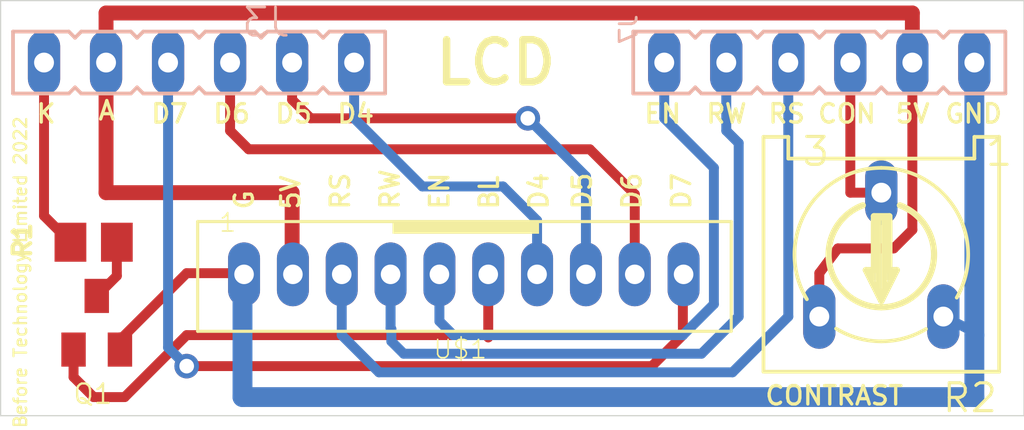
<source format=kicad_pcb>
(kicad_pcb (version 20211014) (generator pcbnew)
  (layers (0 "F.Cu" signal) (31 "B.Cu" signal) (34 "B.Paste" user) (35 "F.Paste" user) (36 "B.SilkS" user "B.Silkscreen") (37 "F.SilkS" user "F.Silkscreen") (38 "B.Mask" user) (39 "F.Mask" user) (44 "Edge.Cuts" user))
  (net 0 "")
  (net 1 "GND")
  (net 2 "RW")
  (net 3 "BL")
  (net 4 "EN")
  (net 5 "CONTRAST")
  (net 6 "N$14")
  (net 7 "+5V")
  (net 8 "N$1")
  (net 9 "RS")
  (net 10 "N$2")
  (net 11 "N$3")
  (net 12 "N$4")
  (net 13 "N$5")
  (footprint "weaver_LCD:JST_B10B-PH_HEADER" (layer "F.Cu") (at 141.5161 107.6706 180)
    (fp_text reference "U$1" (at -6 -2.6825 180) (layer "F.SilkS") (effects (font (size 0.747776 0.747776) (thickness 0.065024)) (justify right top)))
    (fp_text value "JST-PH_10-PIN_HEADER" hide)
    (fp_text user "1" (at 5.07 1.635 180) (layer "F.SilkS") (effects (font (size 0.747776 0.747776) (thickness 0.065024)) (justify left bottom)))
    (fp_line (start 5.9 -2.3825) (end 5.9 2.1175) (layer "F.SilkS") (width 0.127))
    (fp_line (start -15.95 2.1175) (end -15.95 -2.3825) (layer "F.SilkS") (width 0.127))
    (fp_line (start 5.9 2.1175) (end -15.95 2.1175) (layer "F.SilkS") (width 0.127))
    (fp_line (start -15.95 -2.3825) (end 5.9 -2.3825) (layer "F.SilkS") (width 0.127))
    (fp_poly (pts (xy -8.08 2.1175) (xy -2.08 2.1175) (xy -2.08 1.6175) (xy -8.08 1.6175)) (layer "F.SilkS") (width 0) (fill solid))
    (pad "P1" thru_hole oval (at 4 -0.0475 270) (size 2.616 1.308) (drill 0.8) (layers *.Cu *.Mask) (net 1 "GND"))
    (pad "P2" thru_hole oval (at 2 -0.0475 270) (size 2.616 1.308) (drill 0.8) (layers *.Cu *.Mask) (net 7 "+5V"))
    (pad "P3" thru_hole oval (at 0 -0.0475 270) (size 2.616 1.308) (drill 0.8) (layers *.Cu *.Mask) (net 9 "RS"))
    (pad "P4" thru_hole oval (at -2 -0.0475 270) (size 2.616 1.308) (drill 0.8) (layers *.Cu *.Mask) (net 2 "RW"))
    (pad "P5" thru_hole oval (at -4 -0.0475 270) (size 2.616 1.308) (drill 0.8) (layers *.Cu *.Mask) (net 4 "EN"))
    (pad "P6" thru_hole oval (at -6 -0.0475 270) (size 2.616 1.308) (drill 0.8) (layers *.Cu *.Mask) (net 3 "BL"))
    (pad "P7" thru_hole oval (at -8 -0.0475 270) (size 2.616 1.308) (drill 0.8) (layers *.Cu *.Mask) (net 10 "N$2"))
    (pad "P8" thru_hole oval (at -10 -0.0475 270) (size 2.616 1.308) (drill 0.8) (layers *.Cu *.Mask) (net 11 "N$3"))
    (pad "P9" thru_hole oval (at -12 -0.0475 270) (size 2.616 1.308) (drill 0.8) (layers *.Cu *.Mask) (net 12 "N$4"))
    (pad "P10" thru_hole oval (at -14 -0.0475 270) (size 2.616 1.308) (drill 0.8) (layers *.Cu *.Mask) (net 13 "N$5"))
  )
  (footprint "weaver_LCD:RS3" (layer "F.Cu") (at 163.6141 106.9086 180)
    (fp_text reference "R2" (at -4.826 -5.207 180) (layer "F.SilkS") (effects (font (size 1.143 1.143) (thickness 0.127)) (justify right top)))
    (fp_text value "")
    (fp_text user "3" (at 3.302 3.556 180) (layer "F.SilkS") (effects (font (size 1.143 1.143) (thickness 0.127)) (justify left bottom)))
    (fp_text user "1" (at -4.191 3.556 180) (layer "F.SilkS") (effects (font (size 1.143 1.143) (thickness 0.127)) (justify left bottom)))
    (fp_line (start 0 -1.905) (end -0.635 -0.635) (layer "F.SilkS") (width 0.254))
    (fp_line (start 3.81 3.937) (end -3.81 3.937) (layer "F.SilkS") (width 0.1524))
    (fp_line (start -0.635 -0.635) (end -0.381 -0.635) (layer "F.SilkS") (width 0.254))
    (fp_line (start 0.381 -0.635) (end 0.635 -0.635) (layer "F.SilkS") (width 0.254))
    (fp_line (start -4.826 -4.8006) (end -4.826 4.826) (layer "F.SilkS") (width 0.1524))
    (fp_line (start -3.81 3.937) (end -3.81 4.826) (layer "F.SilkS") (width 0.1524))
    (fp_line (start 0.635 -0.635) (end 0 -1.905) (layer "F.SilkS") (width 0.254))
    (fp_line (start 0.381 -1.016) (end 0.381 -0.635) (layer "F.SilkS") (width 0.254))
    (fp_line (start -0.381 -1.016) (end -0.381 -0.635) (layer "F.SilkS") (width 0.254))
    (fp_line (start -0.381 -0.635) (end -0.3302 -0.635) (layer "F.SilkS") (width 0.254))
    (fp_line (start 0.127 -1.524) (end 0.127 1.524) (layer "F.SilkS") (width 0.254))
    (fp_line (start 4.826 4.826) (end 3.81 4.826) (layer "F.SilkS") (width 0.1524))
    (fp_line (start 0.3048 -0.635) (end 0.381 -0.635) (layer "F.SilkS") (width 0.254))
    (fp_line (start 3.81 3.937) (end 3.81 4.826) (layer "F.SilkS") (width 0.1524))
    (fp_line (start 4.826 4.826) (end 4.826 -4.8006) (layer "F.SilkS") (width 0.1524))
    (fp_line (start -0.3302 1.5748) (end 0.3048 1.5748) (layer "F.SilkS") (width 0.254))
    (fp_line (start 0.3048 1.5748) (end 0.3048 -0.635) (layer "F.SilkS") (width 0.254))
    (fp_line (start -0.127 -1.524) (end 0.127 -1.524) (layer "F.SilkS") (width 0.254))
    (fp_line (start -0.127 -1.524) (end -0.127 1.524) (layer "F.SilkS") (width 0.254))
    (fp_line (start 0.254 -0.635) (end 0.3048 -0.635) (layer "F.SilkS") (width 0.254))
    (fp_line (start -0.3302 -0.635) (end -0.3302 1.5748) (layer "F.SilkS") (width 0.254))
    (fp_line (start 4.826 -4.8006) (end -4.826 -4.8006) (layer "F.SilkS") (width 0.1524))
    (fp_line (start -0.3302 -0.635) (end -0.254 -0.635) (layer "F.SilkS") (width 0.254))
    (fp_line (start 0 1.524) (end -0.127 1.524) (layer "F.SilkS") (width 0.254))
    (fp_line (start -4.826 4.826) (end -3.81 4.826) (layer "F.SilkS") (width 0.1524))
    (fp_arc (start -0.7581 2.0215) (mid -2.124341 -0.385244) (end 0 -2.158999) (layer "F.SilkS") (width 0.254))
    (fp_arc (start 0 -3.556) (mid 0.963148 -3.423101) (end 1.8543 -3.0343) (layer "F.SilkS") (width 0.1524))
    (fp_arc (start 3.0493 -1.8295) (mid 3.094424 1.752065) (end 0 3.556) (layer "F.SilkS") (width 0.1524))
    (fp_arc (start 0 -2.159) (mid 2.124341 -0.385244) (end 0.7581 2.021501) (layer "F.SilkS") (width 0.254))
    (fp_arc (start -1.8295 -3.0492) (mid -0.949195 -3.426942) (end 0 -3.556) (layer "F.SilkS") (width 0.1524))
    (fp_arc (start -0.000001 3.555901) (mid -3.075598 1.784785) (end -3.0875 -1.7643) (layer "F.SilkS") (width 0.1524))
    (pad "A" thru_hole oval (at -2.54 -2.54 270) (size 2.6416 1.3208) (drill 0.8128) (layers *.Cu *.Mask) (net 1 "GND"))
    (pad "E" thru_hole oval (at 2.54 -2.54 270) (size 2.6416 1.3208) (drill 0.8128) (layers *.Cu *.Mask) (net 7 "+5V"))
    (pad "S" thru_hole oval (at 0 2.54 270) (size 2.6416 1.3208) (drill 0.8128) (layers *.Cu *.Mask) (net 5 "CONTRAST"))
  )
  (footprint "weaver_LCD:M0805" (layer "F.Cu") (at 131.3561 106.4006 180)
    (fp_text reference "R1" (at 2.921 0.889 90) (layer "F.SilkS") (effects (font (size 0.71374 0.71374) (thickness 0.17526)) (justify right)))
    (fp_text value "100")
    (pad "1" smd rect (at -0.95 0 180) (size 1.3 1.6) (layers "F.Cu" "F.Paste" "F.Mask") (net 8 "N$1"))
    (pad "2" smd rect (at 0.95 0 180) (size 1.3 1.6) (layers "F.Cu" "F.Paste" "F.Mask") (net 6 "N$14"))
  )
  (footprint "weaver_LCD:SOT23" (layer "F.Cu") (at 131.4831 109.7026)
    (fp_text reference "Q1" (at -1.016 2.921) (layer "F.SilkS") (effects (font (size 0.795528 0.795528) (thickness 0.093472)) (justify left)))
    (fp_text value "BSS123")
    (pad "1" smd rect (at -0.95 1.1) (size 1 1.4) (layers "F.Cu" "F.Paste" "F.Mask") (net 3 "BL"))
    (pad "2" smd rect (at 0.95 1.1) (size 1 1.4) (layers "F.Cu" "F.Paste" "F.Mask") (net 1 "GND"))
    (pad "3" smd rect (at 0 -1.1) (size 1 1.4) (layers "F.Cu" "F.Paste" "F.Mask") (net 8 "N$1"))
  )
  (footprint "weaver_LCD:FE06" (layer "B.Cu") (at 135.6741 99.0346 180)
    (fp_text reference "J3" (at -3.81 1.651) (layer "B.SilkS") (effects (font (size 1.1557 1.1557) (thickness 0.1143)) (justify left mirror)))
    (fp_text value "")
    (fp_line (start 2.794 1.27) (end 2.54 1.016) (layer "B.SilkS") (width 0.1524))
    (fp_line (start -0.254 1.27) (end -2.286 1.27) (layer "B.SilkS") (width 0.1524))
    (fp_line (start 2.794 -1.27) (end 4.826 -1.27) (layer "B.SilkS") (width 0.1524))
    (fp_line (start 5.08 -1.016) (end 5.334 -1.27) (layer "B.SilkS") (width 0.1524))
    (fp_line (start -7.62 1.27) (end -7.62 -1.27) (layer "B.SilkS") (width 0.1524))
    (fp_line (start -4.826 1.27) (end -5.08 1.016) (layer "B.SilkS") (width 0.1524))
    (fp_line (start 2.54 1.016) (end 2.286 1.27) (layer "B.SilkS") (width 0.1524))
    (fp_line (start -4.826 -1.27) (end -2.794 -1.27) (layer "B.SilkS") (width 0.1524))
    (fp_line (start -2.54 -1.016) (end -2.286 -1.27) (layer "B.SilkS") (width 0.1524))
    (fp_line (start 0 -1.016) (end 0.254 -1.27) (layer "B.SilkS") (width 0.1524))
    (fp_line (start 7.62 -1.27) (end 7.62 1.27) (layer "B.SilkS") (width 0.1524))
    (fp_line (start -5.08 1.016) (end -5.334 1.27) (layer "B.SilkS") (width 0.1524))
    (fp_line (start 2.54 -1.016) (end 2.794 -1.27) (layer "B.SilkS") (width 0.1524))
    (fp_line (start 2.286 -1.27) (end 2.54 -1.016) (layer "B.SilkS") (width 0.1524))
    (fp_line (start -2.794 1.27) (end -4.826 1.27) (layer "B.SilkS") (width 0.1524))
    (fp_line (start -2.286 1.27) (end -2.54 1.016) (layer "B.SilkS") (width 0.1524))
    (fp_line (start 0.254 1.27) (end 0 1.016) (layer "B.SilkS") (width 0.1524))
    (fp_line (start 0 1.016) (end -0.254 1.27) (layer "B.SilkS") (width 0.1524))
    (fp_line (start 5.334 -1.27) (end 7.62 -1.27) (layer "B.SilkS") (width 0.1524))
    (fp_line (start -5.334 1.27) (end -7.62 1.27) (layer "B.SilkS") (width 0.1524))
    (fp_line (start -7.62 -1.27) (end -5.334 -1.27) (layer "B.SilkS") (width 0.1524))
    (fp_line (start 0.254 -1.27) (end 2.286 -1.27) (layer "B.SilkS") (width 0.1524))
    (fp_line (start 7.62 1.27) (end 5.334 1.27) (layer "B.SilkS") (width 0.1524))
    (fp_line (start 5.08 1.016) (end 4.826 1.27) (layer "B.SilkS") (width 0.1524))
    (fp_line (start -0.254 -1.27) (end 0 -1.016) (layer "B.SilkS") (width 0.1524))
    (fp_line (start -5.334 -1.27) (end -5.08 -1.016) (layer "B.SilkS") (width 0.1524))
    (fp_line (start -5.08 -1.016) (end -4.826 -1.27) (layer "B.SilkS") (width 0.1524))
    (fp_line (start 4.826 -1.27) (end 5.08 -1.016) (layer "B.SilkS") (width 0.1524))
    (fp_line (start 2.286 1.27) (end 0.254 1.27) (layer "B.SilkS") (width 0.1524))
    (fp_line (start -2.794 -1.27) (end -2.54 -1.016) (layer "B.SilkS") (width 0.1524))
    (fp_line (start 4.826 1.27) (end 2.794 1.27) (layer "B.SilkS") (width 0.1524))
    (fp_line (start -2.54 1.016) (end -2.794 1.27) (layer "B.SilkS") (width 0.1524))
    (fp_line (start -2.286 -1.27) (end -0.254 -1.27) (layer "B.SilkS") (width 0.1524))
    (fp_line (start 5.334 1.27) (end 5.08 1.016) (layer "B.SilkS") (width 0.1524))
    (pad "1" thru_hole oval (at -6.35 0 90) (size 2.6416 1.3208) (drill 0.8128) (layers *.Cu *.Mask) (net 10 "N$2"))
    (pad "2" thru_hole oval (at -3.81 0 90) (size 2.6416 1.3208) (drill 0.8128) (layers *.Cu *.Mask) (net 11 "N$3"))
    (pad "3" thru_hole oval (at -1.27 0 90) (size 2.6416 1.3208) (drill 0.8128) (layers *.Cu *.Mask) (net 12 "N$4"))
    (pad "4" thru_hole oval (at 1.27 0 90) (size 2.6416 1.3208) (drill 0.8128) (layers *.Cu *.Mask) (net 13 "N$5"))
    (pad "5" thru_hole oval (at 3.81 0 90) (size 2.6416 1.3208) (drill 0.8128) (layers *.Cu *.Mask) (net 7 "+5V"))
    (pad "6" thru_hole oval (at 6.35 0 90) (size 2.6416 1.3208) (drill 0.8128) (layers *.Cu *.Mask) (net 6 "N$14"))
  )
  (footprint "weaver_LCD:FE06" (layer "B.Cu") (at 161.0741 99.0346 180)
    (fp_text reference "J7" (at 7.816 0.685003 270) (layer "B.SilkS") (effects (font (size 0.6985 0.6985) (thickness 0.1143)) (justify right mirror)))
    (fp_text value "")
    (fp_line (start 2.286 -1.27) (end 2.54 -1.016) (layer "B.SilkS") (width 0.1524))
    (fp_line (start 5.334 -1.27) (end 7.62 -1.27) (layer "B.SilkS") (width 0.1524))
    (fp_line (start 2.286 1.27) (end 0.254 1.27) (layer "B.SilkS") (width 0.1524))
    (fp_line (start 2.54 1.016) (end 2.286 1.27) (layer "B.SilkS") (width 0.1524))
    (fp_line (start -2.794 1.27) (end -4.826 1.27) (layer "B.SilkS") (width 0.1524))
    (fp_line (start 4.826 1.27) (end 2.794 1.27) (layer "B.SilkS") (width 0.1524))
    (fp_line (start -2.54 -1.016) (end -2.286 -1.27) (layer "B.SilkS") (width 0.1524))
    (fp_line (start 5.334 1.27) (end 5.08 1.016) (layer "B.SilkS") (width 0.1524))
    (fp_line (start 7.62 -1.27) (end 7.62 1.27) (layer "B.SilkS") (width 0.1524))
    (fp_line (start -7.62 1.27) (end -7.62 -1.27) (layer "B.SilkS") (width 0.1524))
    (fp_line (start 0.254 -1.27) (end 2.286 -1.27) (layer "B.SilkS") (width 0.1524))
    (fp_line (start 0 -1.016) (end 0.254 -1.27) (layer "B.SilkS") (width 0.1524))
    (fp_line (start -4.826 -1.27) (end -2.794 -1.27) (layer "B.SilkS") (width 0.1524))
    (fp_line (start -5.08 1.016) (end -5.334 1.27) (layer "B.SilkS") (width 0.1524))
    (fp_line (start -2.286 1.27) (end -2.54 1.016) (layer "B.SilkS") (width 0.1524))
    (fp_line (start 5.08 -1.016) (end 5.334 -1.27) (layer "B.SilkS") (width 0.1524))
    (fp_line (start -2.54 1.016) (end -2.794 1.27) (layer "B.SilkS") (width 0.1524))
    (fp_line (start 5.08 1.016) (end 4.826 1.27) (layer "B.SilkS") (width 0.1524))
    (fp_line (start 4.826 -1.27) (end 5.08 -1.016) (layer "B.SilkS") (width 0.1524))
    (fp_line (start -5.08 -1.016) (end -4.826 -1.27) (layer "B.SilkS") (width 0.1524))
    (fp_line (start 2.54 -1.016) (end 2.794 -1.27) (layer "B.SilkS") (width 0.1524))
    (fp_line (start 7.62 1.27) (end 5.334 1.27) (layer "B.SilkS") (width 0.1524))
    (fp_line (start 2.794 1.27) (end 2.54 1.016) (layer "B.SilkS") (width 0.1524))
    (fp_line (start -5.334 -1.27) (end -5.08 -1.016) (layer "B.SilkS") (width 0.1524))
    (fp_line (start -0.254 -1.27) (end 0 -1.016) (layer "B.SilkS") (width 0.1524))
    (fp_line (start 0 1.016) (end -0.254 1.27) (layer "B.SilkS") (width 0.1524))
    (fp_line (start -4.826 1.27) (end -5.08 1.016) (layer "B.SilkS") (width 0.1524))
    (fp_line (start 2.794 -1.27) (end 4.826 -1.27) (layer "B.SilkS") (width 0.1524))
    (fp_line (start -5.334 1.27) (end -7.62 1.27) (layer "B.SilkS") (width 0.1524))
    (fp_line (start -2.286 -1.27) (end -0.254 -1.27) (layer "B.SilkS") (width 0.1524))
    (fp_line (start 0.254 1.27) (end 0 1.016) (layer "B.SilkS") (width 0.1524))
    (fp_line (start -0.254 1.27) (end -2.286 1.27) (layer "B.SilkS") (width 0.1524))
    (fp_line (start -2.794 -1.27) (end -2.54 -1.016) (layer "B.SilkS") (width 0.1524))
    (fp_line (start -7.62 -1.27) (end -5.334 -1.27) (layer "B.SilkS") (width 0.1524))
    (pad "1" thru_hole oval (at -6.35 0 90) (size 2.6416 1.3208) (drill 0.8128) (layers *.Cu *.Mask) (net 1 "GND"))
    (pad "2" thru_hole oval (at -3.81 0 90) (size 2.6416 1.3208) (drill 0.8128) (layers *.Cu *.Mask) (net 7 "+5V"))
    (pad "3" thru_hole oval (at -1.27 0 90) (size 2.6416 1.3208) (drill 0.8128) (layers *.Cu *.Mask) (net 5 "CONTRAST"))
    (pad "4" thru_hole oval (at 1.27 0 90) (size 2.6416 1.3208) (drill 0.8128) (layers *.Cu *.Mask) (net 9 "RS"))
    (pad "5" thru_hole oval (at 3.81 0 90) (size 2.6416 1.3208) (drill 0.8128) (layers *.Cu *.Mask) (net 2 "RW"))
    (pad "6" thru_hole oval (at 6.35 0 90) (size 2.6416 1.3208) (drill 0.8128) (layers *.Cu *.Mask) (net 4 "EN"))
  )
  (gr_line (start 169.4561 113.5126) (end 127.5461 113.5126) (layer "Edge.Cuts") (width 0.05))
  (gr_line (start 169.4561 113.5126) (end 169.4561 96.4946) (layer "Edge.Cuts") (width 0.05))
  (gr_line (start 127.5461 113.5126) (end 127.5461 96.4946) (layer "Edge.Cuts") (width 0.05))
  (gr_line (start 169.4561 96.4946) (end 127.5461 96.4946) (layer "Edge.Cuts") (width 0.05))
  (gr_text "CONTRAST" (at 158.7881 113.1316) (layer "F.SilkS") (effects (font (size 0.75565 0.75565) (thickness 0.13335)) (justify left bottom)))
  (gr_text "5V" (at 139.8651 105.1306 90) (layer "F.SilkS") (effects (font (size 0.75565 0.75565) (thickness 0.13335)) (justify left bottom)))
  (gr_text "D6" (at 136.1821 101.5746) (layer "F.SilkS") (effects (font (size 0.75565 0.75565) (thickness 0.13335)) (justify left bottom)))
  (gr_text "5V" (at 164.1221 101.5746) (layer "F.SilkS") (effects (font (size 0.75565 0.75565) (thickness 0.13335)) (justify left bottom)))
  (gr_text "G" (at 137.9601 105.1306 90) (layer "F.SilkS") (effects (font (size 0.75565 0.75565) (thickness 0.13335)) (justify left bottom)))
  (gr_text "Before Technology Limited 2022" (at 128.0541 101.1936 90) (layer "F.SilkS") (effects (font (size 0.51816 0.51816) (thickness 0.09144)) (justify right top)))
  (gr_text "D4" (at 150.0251 105.1306 90) (layer "F.SilkS") (effects (font (size 0.75565 0.75565) (thickness 0.13335)) (justify left bottom)))
  (gr_text "RS" (at 158.9151 101.5746) (layer "F.SilkS") (effects (font (size 0.75565 0.75565) (thickness 0.13335)) (justify left bottom)))
  (gr_text "A" (at 131.4831 101.4476) (layer "F.SilkS") (effects (font (size 0.75565 0.75565) (thickness 0.13335)) (justify left bottom)))
  (gr_text "BL" (at 147.9931 105.1306 90) (layer "F.SilkS") (effects (font (size 0.75565 0.75565) (thickness 0.13335)) (justify left bottom)))
  (gr_text "CON" (at 160.9471 101.5746) (layer "F.SilkS") (effects (font (size 0.75565 0.75565) (thickness 0.13335)) (justify left bottom)))
  (gr_text "D5" (at 138.7221 101.5746) (layer "F.SilkS") (effects (font (size 0.75565 0.75565) (thickness 0.13335)) (justify left bottom)))
  (gr_text "D7" (at 133.6421 101.5746) (layer "F.SilkS") (effects (font (size 0.75565 0.75565) (thickness 0.13335)) (justify left bottom)))
  (gr_text "EN" (at 145.9611 105.1306 90) (layer "F.SilkS") (effects (font (size 0.75565 0.75565) (thickness 0.13335)) (justify left bottom)))
  (gr_text "RW" (at 156.3751 101.5746) (layer "F.SilkS") (effects (font (size 0.75565 0.75565) (thickness 0.13335)) (justify left bottom)))
  (gr_text "D7" (at 155.8671 105.1306 90) (layer "F.SilkS") (effects (font (size 0.75565 0.75565) (thickness 0.13335)) (justify left bottom)))
  (gr_text "D6" (at 153.8351 105.1306 90) (layer "F.SilkS") (effects (font (size 0.75565 0.75565) (thickness 0.13335)) (justify left bottom)))
  (gr_text "D4" (at 141.2621 101.5746) (layer "F.SilkS") (effects (font (size 0.75565 0.75565) (thickness 0.13335)) (justify left bottom)))
  (gr_text "RW" (at 143.9291 105.1306 90) (layer "F.SilkS") (effects (font (size 0.75565 0.75565) (thickness 0.13335)) (justify left bottom)))
  (gr_text "D5" (at 151.8031 105.1306 90) (layer "F.SilkS") (effects (font (size 0.75565 0.75565) (thickness 0.13335)) (justify left bottom)))
  (gr_text "LCD" (at 145.1991 100.0506) (layer "F.SilkS") (effects (font (size 1.7272 1.7272) (thickness 0.3048)) (justify left bottom)))
  (gr_text "GND" (at 166.1541 101.5746) (layer "F.SilkS") (effects (font (size 0.75565 0.75565) (thickness 0.13335)) (justify left bottom)))
  (gr_text "RS" (at 141.8971 105.1306 90) (layer "F.SilkS") (effects (font (size 0.75565 0.75565) (thickness 0.13335)) (justify left bottom)))
  (gr_text "EN" (at 153.8351 101.5746) (layer "F.SilkS") (effects (font (size 0.75565 0.75565) (thickness 0.13335)) (justify left bottom)))
  (gr_text "K" (at 128.9431 101.5746) (layer "F.SilkS") (effects (font (size 0.75565 0.75565) (thickness 0.13335)) (justify left bottom)))
  (segment (start 135.1661 107.6706) (end 137.4686 107.6706) (width 0.4064) (layer "F.Cu") (net 1))
  (segment (start 132.4331 110.4036) (end 135.1661 107.6706) (width 0.4064) (layer "F.Cu") (net 1))
  (segment (start 132.4331 110.8026) (end 132.4331 110.4036) (width 0.6096) (layer "F.Cu") (net 1))
  (segment (start 137.4686 107.6706) (end 137.5161 107.7181) (width 0.6096) (layer "F.Cu") (net 1))
  (segment (start 137.4521 107.7181) (end 137.4521 112.7506) (width 0.8128) (layer "B.Cu") (net 1))
  (segment (start 167.4241 112.7506) (end 167.4241 110.2106) (width 0.8128) (layer "B.Cu") (net 1))
  (segment (start 137.4521 112.7506) (end 167.4241 112.7506) (width 0.8128) (layer "B.Cu") (net 1))
  (segment (start 166.1541 109.4486) (end 167.1701 109.9566) (width 0.4064) (layer "B.Cu") (net 1))
  (segment (start 167.4241 110.2106) (end 167.4241 99.0346) (width 0.8128) (layer "B.Cu") (net 1))
  (segment (start 167.1701 109.9566) (end 167.4241 110.2106) (width 0.4064) (layer "B.Cu") (net 1))
  (segment (start 137.5161 107.7181) (end 137.4521 107.7181) (width 0.8128) (layer "B.Cu") (net 1))
  (segment (start 157.7721 102.3366) (end 157.2641 101.8286) (width 0.4064) (layer "B.Cu") (net 2))
  (segment (start 143.5481 109.9566) (end 143.5481 110.4646) (width 0.4064) (layer "B.Cu") (net 2))
  (segment (start 143.5161 109.9246) (end 143.5481 109.9566) (width 0.4064) (layer "B.Cu") (net 2))
  (segment (start 143.5481 110.4646) (end 144.0561 110.9726) (width 0.4064) (layer "B.Cu") (net 2))
  (segment (start 143.5161 107.7181) (end 143.5161 109.9246) (width 0.4064) (layer "B.Cu") (net 2))
  (segment (start 157.2641 99.0346) (end 157.2641 101.8286) (width 0.4064) (layer "B.Cu") (net 2))
  (segment (start 157.7721 109.4486) (end 157.7721 102.3366) (width 0.4064) (layer "B.Cu") (net 2))
  (segment (start 156.2481 110.9726) (end 157.7721 109.4486) (width 0.4064) (layer "B.Cu") (net 2))
  (segment (start 144.0561 110.9726) (end 156.2481 110.9726) (width 0.4064) (layer "B.Cu") (net 2))
  (segment (start 132.6261 112.7506) (end 135.1661 110.2106) (width 0.4064) (layer "F.Cu") (net 3))
  (segment (start 130.5331 111.9276) (end 131.3561 112.7506) (width 0.4064) (layer "F.Cu") (net 3))
  (segment (start 147.5161 107.7181) (end 147.5161 110.2106) (width 0.4064) (layer "F.Cu") (net 3))
  (segment (start 131.3561 112.7506) (end 132.6261 112.7506) (width 0.4064) (layer "F.Cu") (net 3))
  (segment (start 147.5161 110.2106) (end 147.5161 110.3066) (width 0.4064) (layer "F.Cu") (net 3))
  (segment (start 135.1661 110.2106) (end 147.5161 110.2106) (width 0.4064) (layer "F.Cu") (net 3))
  (segment (start 130.5331 110.8026) (end 130.5331 111.9276) (width 0.4064) (layer "F.Cu") (net 3))
  (segment (start 156.7561 108.9406) (end 156.7561 103.3526) (width 0.4064) (layer "B.Cu") (net 4))
  (segment (start 154.7241 99.0346) (end 154.7241 101.3206) (width 0.4064) (layer "B.Cu") (net 4))
  (segment (start 145.5161 107.7181) (end 145.5161 109.6386) (width 0.4064) (layer "B.Cu") (net 4))
  (segment (start 146.0881 110.2106) (end 155.4861 110.2106) (width 0.4064) (layer "B.Cu") (net 4))
  (segment (start 145.5161 109.6386) (end 146.0881 110.2106) (width 0.4064) (layer "B.Cu") (net 4))
  (segment (start 155.4861 110.2106) (end 156.7561 108.9406) (width 0.4064) (layer "B.Cu") (net 4))
  (segment (start 156.7561 103.3526) (end 154.7241 101.3206) (width 0.4064) (layer "B.Cu") (net 4))
  (segment (start 162.3441 99.0346) (end 162.3441 104.3686) (width 0.4064) (layer "F.Cu") (net 5))
  (segment (start 162.3441 104.3686) (end 163.6141 104.3686) (width 0.4064) (layer "F.Cu") (net 5))
  (segment (start 129.3241 99.0346) (end 129.3241 105.3186) (width 0.4064) (layer "F.Cu") (net 6))
  (segment (start 129.3241 105.3186) (end 130.4061 106.4006) (width 0.4064) (layer "F.Cu") (net 6))
  (segment (start 161.0741 109.4486) (end 161.0741 107.6706) (width 0.4064) (layer "F.Cu") (net 7))
  (segment (start 164.1221 106.6546) (end 161.8361 106.6546) (width 0.4064) (layer "F.Cu") (net 7))
  (segment (start 164.8841 105.8926) (end 164.1221 106.6546) (width 0.4064) (layer "F.Cu") (net 7))
  (segment (start 131.8641 99.0346) (end 131.8641 97.0026) (width 0.6096) (layer "F.Cu") (net 7))
  (segment (start 139.5161 107.7181) (end 139.4841 107.7181) (width 0.6096) (layer "F.Cu") (net 7))
  (segment (start 164.8841 97.0026) (end 164.8841 99.0346) (width 0.6096) (layer "F.Cu") (net 7))
  (segment (start 161.0741 107.6706) (end 161.8361 106.6546) (width 0.4064) (layer "F.Cu") (net 7))
  (segment (start 131.8641 104.3686) (end 131.8641 99.0346) (width 0.6096) (layer "F.Cu") (net 7))
  (segment (start 139.4841 104.3686) (end 131.8641 104.3686) (width 0.6096) (layer "F.Cu") (net 7))
  (segment (start 131.8641 97.0026) (end 164.8841 97.0026) (width 0.6096) (layer "F.Cu") (net 7))
  (segment (start 164.8841 99.0346) (end 164.8841 105.8926) (width 0.4064) (layer "F.Cu") (net 7))
  (segment (start 139.4841 107.7181) (end 139.4841 104.3686) (width 0.6096) (layer "F.Cu") (net 7))
  (segment (start 132.3061 106.4006) (end 132.3061 107.7796) (width 0.4064) (layer "F.Cu") (net 8))
  (segment (start 132.3061 107.7796) (end 131.4831 108.6026) (width 0.4064) (layer "F.Cu") (net 8))
  (segment (start 141.5161 110.2106) (end 143.0401 111.7346) (width 0.4064) (layer "B.Cu") (net 9))
  (segment (start 157.5181 111.7346) (end 159.8041 109.4486) (width 0.4064) (layer "B.Cu") (net 9))
  (segment (start 159.8041 99.0346) (end 159.8041 109.4486) (width 0.4064) (layer "B.Cu") (net 9))
  (segment (start 141.5161 107.7181) (end 141.5161 110.2106) (width 0.4064) (layer "B.Cu") (net 9))
  (segment (start 143.0401 111.7346) (end 157.5181 111.7346) (width 0.4064) (layer "B.Cu") (net 9))
  (segment (start 142.0241 101.3206) (end 142.0241 99.0346) (width 0.4064) (layer "B.Cu") (net 10))
  (segment (start 144.8181 104.1146) (end 142.0241 101.3206) (width 0.4064) (layer "B.Cu") (net 10))
  (segment (start 148.1201 104.1146) (end 144.8181 104.1146) (width 0.4064) (layer "B.Cu") (net 10))
  (segment (start 149.5161 105.5106) (end 148.1201 104.1146) (width 0.4064) (layer "B.Cu") (net 10))
  (segment (start 149.5161 107.7181) (end 149.5161 105.5106) (width 0.4064) (layer "B.Cu") (net 10))
  (segment (start 140.2461 101.3206) (end 149.1361 101.3206) (width 0.4064) (layer "F.Cu") (net 11))
  (segment (start 139.4841 99.0346) (end 139.4841 100.5586) (width 0.4064) (layer "F.Cu") (net 11))
  (segment (start 139.4841 100.5586) (end 140.2461 101.3206) (width 0.4064) (layer "F.Cu") (net 11))
  (via (at 149.1361 101.3206) (size 1.0064) (drill 0.6) (layers "F.Cu" "B.Cu") (net 11))
  (segment (start 149.1361 101.3206) (end 151.5161 103.7006) (width 0.4064) (layer "B.Cu") (net 11))
  (segment (start 151.5161 107.7181) (end 151.5161 103.7006) (width 0.4064) (layer "B.Cu") (net 11))
  (segment (start 137.7061 102.5906) (end 151.6761 102.5906) (width 0.4064) (layer "F.Cu") (net 12))
  (segment (start 153.5161 107.7181) (end 153.5161 104.4306) (width 0.4064) (layer "F.Cu") (net 12))
  (segment (start 151.6761 102.5906) (end 153.5161 104.4306) (width 0.4064) (layer "F.Cu") (net 12))
  (segment (start 136.9441 99.0346) (end 136.9441 101.8286) (width 0.4064) (layer "F.Cu") (net 12))
  (segment (start 136.9441 101.8286) (end 137.7061 102.5906) (width 0.4064) (layer "F.Cu") (net 12))
  (segment (start 155.4861 107.7481) (end 155.5161 107.7181) (width 0.4064) (layer "F.Cu") (net 13))
  (segment (start 154.2161 111.4806) (end 155.4861 110.2106) (width 0.4064) (layer "F.Cu") (net 13))
  (segment (start 135.1661 111.4806) (end 154.2161 111.4806) (width 0.4064) (layer "F.Cu") (net 13))
  (segment (start 155.4861 110.2106) (end 155.4861 107.7481) (width 0.4064) (layer "F.Cu") (net 13))
  (via (at 135.1661 111.4806) (size 1.0064) (drill 0.6) (layers "F.Cu" "B.Cu") (net 13))
  (segment (start 134.4041 99.0346) (end 134.4041 110.7186) (width 0.4064) (layer "B.Cu") (net 13))
  (segment (start 134.4041 110.7186) (end 135.1661 111.4806) (width 0.4064) (layer "B.Cu") (net 13))
)
</source>
